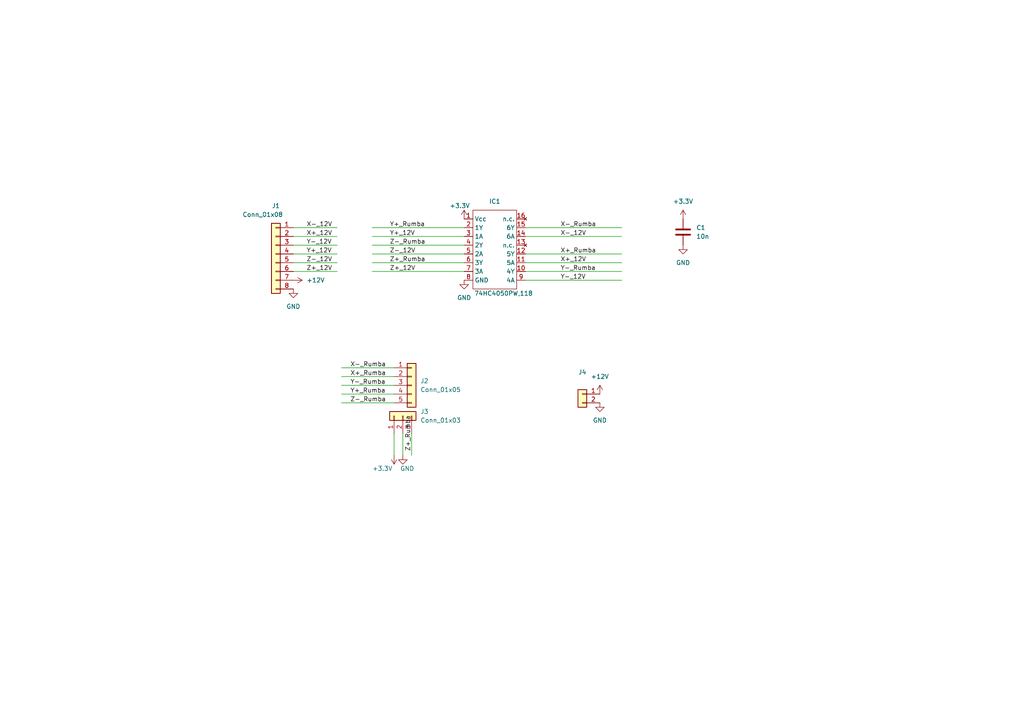
<source format=kicad_sch>
(kicad_sch (version 20211123) (generator eeschema)
  (paper "A4")
  (title_block (title "Endstop Levelshifter 12V") (date "2023-09-03") (rev "0.1") (company "OpenSource Imaging Initiative"))
  (lib_symbols
    (symbol "Connector_Generic:Conn_01x02" (pin_names (offset 1.016) hide)
      (property "Reference" "J" (at 0 2.54 0))
      (property "Value" "Conn_01x02" (at 0 -5.08 0))
      (symbol "Conn_01x02_1_1"
        (rectangle (start -1.27 -2.413) (end 0 -2.667) (stroke (width 0.1524)))
        (rectangle (start -1.27 0.127) (end 0 -0.127) (stroke (width 0.1524)))
        (rectangle (start -1.27 1.27) (end 1.27 -3.81) (stroke (width 0.254)) (fill (type background)))
        (pin passive line (at -5.08 0 0) (length 3.81) (name "Pin_1") (number "1"))
        (pin passive line (at -5.08 -2.54 0) (length 3.81) (name "Pin_2") (number "2"))
      )
    )
    (symbol "Connector_Generic:Conn_01x03" (pin_names (offset 1.016) hide)
      (property "Reference" "J" (at 0 5.08 0))
      (property "Value" "Conn_01x03" (at 0 -5.08 0))
      (symbol "Conn_01x03_1_1"
        (rectangle (start -1.27 -2.413) (end 0 -2.667) (stroke (width 0.1524)))
        (rectangle (start -1.27 0.127) (end 0 -0.127) (stroke (width 0.1524)))
        (rectangle (start -1.27 2.667) (end 0 2.413) (stroke (width 0.1524)))
        (rectangle (start -1.27 3.81) (end 1.27 -3.81) (stroke (width 0.254)) (fill (type background)))
        (pin passive line (at -5.08 2.54 0) (length 3.81) (name "Pin_1") (number "1"))
        (pin passive line (at -5.08 0 0) (length 3.81) (name "Pin_2") (number "2"))
        (pin passive line (at -5.08 -2.54 0) (length 3.81) (name "Pin_3") (number "3"))
      )
    )
    (symbol "Connector_Generic:Conn_01x05" (pin_names (offset 1.016) hide)
      (property "Reference" "J" (at 0 7.62 0))
      (property "Value" "Conn_01x05" (at 0 -7.62 0))
      (symbol "Conn_01x05_1_1"
        (rectangle (start -1.27 -4.953) (end 0 -5.207) (stroke (width 0.1524)))
        (rectangle (start -1.27 -2.413) (end 0 -2.667) (stroke (width 0.1524)))
        (rectangle (start -1.27 0.127) (end 0 -0.127) (stroke (width 0.1524)))
        (rectangle (start -1.27 2.667) (end 0 2.413) (stroke (width 0.1524)))
        (rectangle (start -1.27 5.207) (end 0 4.953) (stroke (width 0.1524)))
        (rectangle (start -1.27 6.35) (end 1.27 -6.35) (stroke (width 0.254)) (fill (type background)))
        (pin passive line (at -5.08 5.08 0) (length 3.81) (name "Pin_1") (number "1"))
        (pin passive line (at -5.08 2.54 0) (length 3.81) (name "Pin_2") (number "2"))
        (pin passive line (at -5.08 0 0) (length 3.81) (name "Pin_3") (number "3"))
        (pin passive line (at -5.08 -2.54 0) (length 3.81) (name "Pin_4") (number "4"))
        (pin passive line (at -5.08 -5.08 0) (length 3.81) (name "Pin_5") (number "5"))
      )
    )
    (symbol "Connector_Generic:Conn_01x08" (pin_names (offset 1.016) hide)
      (property "Reference" "J" (at 0 10.16 0))
      (property "Value" "Conn_01x08" (at 0 -12.7 0))
      (symbol "Conn_01x08_1_1"
        (rectangle (start -1.27 -10.033) (end 0 -10.287) (stroke (width 0.1524)))
        (rectangle (start -1.27 -7.493) (end 0 -7.747) (stroke (width 0.1524)))
        (rectangle (start -1.27 -4.953) (end 0 -5.207) (stroke (width 0.1524)))
        (rectangle (start -1.27 -2.413) (end 0 -2.667) (stroke (width 0.1524)))
        (rectangle (start -1.27 0.127) (end 0 -0.127) (stroke (width 0.1524)))
        (rectangle (start -1.27 2.667) (end 0 2.413) (stroke (width 0.1524)))
        (rectangle (start -1.27 5.207) (end 0 4.953) (stroke (width 0.1524)))
        (rectangle (start -1.27 7.747) (end 0 7.493) (stroke (width 0.1524)))
        (rectangle (start -1.27 8.89) (end 1.27 -11.43) (stroke (width 0.254)) (fill (type background)))
        (pin passive line (at -5.08 7.62 0) (length 3.81) (name "Pin_1") (number "1"))
        (pin passive line (at -5.08 5.08 0) (length 3.81) (name "Pin_2") (number "2"))
        (pin passive line (at -5.08 2.54 0) (length 3.81) (name "Pin_3") (number "3"))
        (pin passive line (at -5.08 0 0) (length 3.81) (name "Pin_4") (number "4"))
        (pin passive line (at -5.08 -2.54 0) (length 3.81) (name "Pin_5") (number "5"))
        (pin passive line (at -5.08 -5.08 0) (length 3.81) (name "Pin_6") (number "6"))
        (pin passive line (at -5.08 -7.62 0) (length 3.81) (name "Pin_7") (number "7"))
        (pin passive line (at -5.08 -10.16 0) (length 3.81) (name "Pin_8") (number "8"))
      )
    )
    (symbol "Device:C" (pin_numbers hide) (pin_names (offset 0.254))
      (property "Reference" "C" (at 0.635 2.54 0))
      (property "Value" "C" (at 0.635 -2.54 0))
      (symbol "C_0_1"
        (polyline (pts (xy -2.032 -0.762) (xy 2.032 -0.762)) (stroke (width 0.508)))
        (polyline (pts (xy -2.032 0.762) (xy 2.032 0.762)) (stroke (width 0.508)))
      )
      (symbol "C_1_1"
        (pin passive line (at 0 3.81 270) (length 2.794) (name "~") (number "1"))
        (pin passive line (at 0 -3.81 90) (length 2.794) (name "~") (number "2"))
      )
    )
    (symbol "custom_parts:74HC4050PW,118"
      (property "Reference" "U" (at 0 2.54 0))
      (property "Value" "74HC4050PW,118" (at 10.16 2.54 0))
      (symbol "74HC4050PW,118_0_1"
        (rectangle (start 0 0) (end 12.7 -22.86))
      )
      (symbol "74HC4050PW,118_1_1"
        (pin power_in line (at -2.54 -2.54 0) (length 2.54) (name "Vcc") (number "1"))
        (pin output line (at 15.24 -17.78 180) (length 2.54) (name "4Y") (number "10"))
        (pin input line (at 15.24 -15.24 180) (length 2.54) (name "5A") (number "11"))
        (pin output line (at 15.24 -12.7 180) (length 2.54) (name "5Y") (number "12"))
        (pin no_connect line (at 15.24 -10.16 180) (length 2.54) (name "n.c.") (number "13"))
        (pin input line (at 15.24 -7.62 180) (length 2.54) (name "6A") (number "14"))
        (pin output line (at 15.24 -5.08 180) (length 2.54) (name "6Y") (number "15"))
        (pin no_connect line (at 15.24 -2.54 180) (length 2.54) (name "n.c.") (number "16"))
        (pin output line (at -2.54 -5.08 0) (length 2.54) (name "1Y") (number "2"))
        (pin input line (at -2.54 -7.62 0) (length 2.54) (name "1A") (number "3"))
        (pin output line (at -2.54 -10.16 0) (length 2.54) (name "2Y") (number "4"))
        (pin input line (at -2.54 -12.7 0) (length 2.54) (name "2A") (number "5"))
        (pin output line (at -2.54 -15.24 0) (length 2.54) (name "3Y") (number "6"))
        (pin input line (at -2.54 -17.78 0) (length 2.54) (name "3A") (number "7"))
        (pin passive line (at -2.54 -20.32 0) (length 2.54) (name "GND") (number "8"))
        (pin input line (at 15.24 -20.32 180) (length 2.54) (name "4A") (number "9"))
      )
    )
    (symbol "power:+12V" (power) (pin_names (offset 0))
      (property "Value" "+12V" (at 0 3.556 0))
      (symbol "+12V_0_1"
        (polyline (pts (xy -0.762 1.27) (xy 0 2.54)))
        (polyline (pts (xy 0 0) (xy 0 2.54)))
        (polyline (pts (xy 0 2.54) (xy 0.762 1.27)))
      )
      (symbol "+12V_1_1"
        (pin power_in line (at 0 0 90) (length 0) hide (name "+12V") (number "1"))
      )
    )
    (symbol "power:+3.3V" (power) (pin_names (offset 0))
      (property "Value" "+3.3V" (at 0 3.556 0))
      (symbol "+3.3V_0_1"
        (polyline (pts (xy -0.762 1.27) (xy 0 2.54)))
        (polyline (pts (xy 0 0) (xy 0 2.54)))
        (polyline (pts (xy 0 2.54) (xy 0.762 1.27)))
      )
      (symbol "+3.3V_1_1"
        (pin power_in line (at 0 0 90) (length 0) hide (name "+3.3V") (number "1"))
      )
    )
    (symbol "power:GND" (power) (pin_names (offset 0))
      (property "Value" "GND" (at 0 -3.81 0))
      (symbol "GND_0_1"
        (polyline (pts (xy 0 0) (xy 0 -1.27) (xy 1.27 -1.27) (xy 0 -2.54) (xy -1.27 -1.27) (xy 0 -1.27)))
      )
      (symbol "GND_1_1"
        (pin power_in line (at 0 0 270) (length 0) hide (name "GND") (number "1"))
      )
    )
  )
  (wire (pts (xy 85.09 78.74) (xy 97.79 78.74)))
  (wire (pts (xy 107.95 73.66) (xy 134.62 73.66)))
  (wire (pts (xy 99.06 116.84) (xy 114.3 116.84)))
  (wire (pts (xy 99.06 106.68) (xy 114.3 106.68)))
  (wire (pts (xy 152.4 68.58) (xy 180.34 68.58)))
  (wire (pts (xy 107.95 78.74) (xy 134.62 78.74)))
  (wire (pts (xy 152.4 78.74) (xy 180.34 78.74)))
  (wire (pts (xy 152.4 73.66) (xy 180.34 73.66)))
  (wire (pts (xy 152.4 76.2) (xy 180.34 76.2)))
  (wire (pts (xy 114.3 125.73) (xy 114.3 132.08)))
  (wire (pts (xy 99.06 111.76) (xy 114.3 111.76)))
  (wire (pts (xy 85.09 73.66) (xy 97.79 73.66)))
  (wire (pts (xy 152.4 66.04) (xy 180.34 66.04)))
  (wire (pts (xy 99.06 109.22) (xy 114.3 109.22)))
  (wire (pts (xy 99.06 114.3) (xy 114.3 114.3)))
  (wire (pts (xy 152.4 81.28) (xy 180.34 81.28)))
  (wire (pts (xy 85.09 66.04) (xy 97.79 66.04)))
  (wire (pts (xy 116.84 125.73) (xy 116.84 132.08)))
  (wire (pts (xy 107.95 76.2) (xy 134.62 76.2)))
  (wire (pts (xy 85.09 68.58) (xy 97.79 68.58)))
  (wire (pts (xy 85.09 76.2) (xy 97.79 76.2)))
  (wire (pts (xy 107.95 71.12) (xy 134.62 71.12)))
  (wire (pts (xy 107.95 66.04) (xy 134.62 66.04)))
  (wire (pts (xy 107.95 68.58) (xy 134.62 68.58)))
  (wire (pts (xy 119.38 125.73) (xy 119.38 132.08)))
  (wire (pts (xy 85.09 71.12) (xy 97.79 71.12)))
  (label "X+_12V" (at 162.56 76.2 0))
  (label "Z+_12V" (at 113.03 78.74 0))
  (label "Y+_Rumba" (at 113.03 66.04 0))
  (label "Y+_Rumba" (at 101.6 114.3 0))
  (label "X-_Rumba" (at 162.56 66.04 0))
  (label "X-_12V" (at 162.56 68.58 0))
  (label "Z-_Rumba" (at 101.6 116.84 0))
  (label "X+_Rumba" (at 101.6 109.22 0))
  (label "X-_Rumba" (at 101.6 106.68 0))
  (label "Z+_12V" (at 88.9 78.74 0))
  (label "Y-_12V" (at 162.56 81.28 0))
  (label "X+_12V" (at 88.9 68.58 0))
  (label "Y-_Rumba" (at 101.6 111.76 0))
  (label "Y+_12V" (at 88.9 73.66 0))
  (label "Z-_12V" (at 88.9 76.2 0))
  (label "Z-_12V" (at 113.03 73.66 0))
  (label "X-_12V" (at 88.9 66.04 0))
  (label "Z+_Rumba" (at 119.38 130.81 90))
  (label "Y-_Rumba" (at 162.56 78.74 0))
  (label "Y+_12V" (at 113.03 68.58 0))
  (label "Z+_Rumba" (at 113.03 76.2 0))
  (label "Z-_Rumba" (at 113.03 71.12 0))
  (label "Y-_12V" (at 88.9 71.12 0))
  (label "X+_Rumba" (at 162.56 73.66 0))
  (symbol (lib_id "Connector_Generic:Conn_01x03") (at 116.84 120.65 90) (unit 1)
    (property "Reference" "J3" (at 121.92 119.3799 90) (effects (justify right)))
    (property "Value" "Conn_01x03" (at 121.92 121.9199 90) (effects (justify right)))
    (property "Footprint" "Connector_PinSocket_2.54mm:PinSocket_1x03_P2.54mm_Vertical" (effects hide))
  )
  (symbol (lib_id "power:GND") (at 134.62 81.28 0) (unit 1)
    (property "Reference" "#PWR0107" (effects hide))
    (property "Value" "GND" (at 134.62 86.36 0))
  )
  (symbol (lib_id "power:GND") (at 173.99 116.84 0) (unit 1)
    (property "Reference" "#PWR0106" (effects hide))
    (property "Value" "GND" (at 173.99 121.92 0))
  )
  (symbol (lib_id "power:GND") (at 85.09 83.82 0) (unit 1)
    (property "Reference" "#PWR0104" (effects hide))
    (property "Value" "GND" (at 85.09 88.9 0))
  )
  (symbol (lib_id "power:+12V") (at 85.09 81.28 270) (unit 1)
    (property "Reference" "#PWR0105" (effects hide))
    (property "Value" "+12V" (at 88.9 81.2799 90) (effects (justify left)))
  )
  (symbol (lib_id "power:+3.3V") (at 198.12 63.5 0) (unit 1)
    (property "Reference" "#PWR0110" (effects hide))
    (property "Value" "+3.3V" (at 198.12 58.42 0))
  )
  (symbol (lib_id "Device:C") (at 198.12 67.31 0) (unit 1)
    (property "Reference" "C1" (at 201.93 66.0399 0) (effects (justify left)))
    (property "Value" "10n" (at 201.93 68.5799 0) (effects (justify left)))
    (property "Footprint" "Capacitor_SMD:C_0805_2012Metric_Pad1.18x1.45mm_HandSolder" (effects hide))
    (property "Link" "https://www.digikey.de/de/products/detail/kemet/C0805C103K2RECAUTO/8646745" (effects hide))
  )
  (symbol (lib_id "power:+3.3V") (at 114.3 132.08 180) (unit 1)
    (property "Reference" "#PWR0101" (effects hide))
    (property "Value" "+3.3V" (at 107.95 135.89 0) (effects (justify right)))
  )
  (symbol (lib_id "custom_parts:74HC4050PW,118") (at 137.16 60.96 0) (unit 1)
    (property "Reference" "IC1" (at 143.51 58.42 0))
    (property "Value" "74HC4050PW,118" (at 146.05 85.09 0))
    (property "Footprint" "Package_SO:TSSOP-16_4.4x5mm_P0.65mm" (effects hide))
    (property "Datasheet" "https://assets.nexperia.com/documents/data-sheet/74HC4050.pdf" (effects hide))
    (property "Link" "https://www.digikey.de/de/products/detail/nexperia-usa-inc/74HC4050PW-118/1230398" (effects hide))
  )
  (symbol (lib_id "Connector_Generic:Conn_01x02") (at 168.91 114.3 0) (mirror y) (unit 1)
    (property "Reference" "J4" (at 168.91 107.95 0))
    (property "Value" "Conn_01x02" (effects hide))
    (property "Footprint" "Connector_PinHeader_2.54mm:PinHeader_1x02_P2.54mm_Horizontal" (effects hide))
    (property "Link" "https://www.digikey.de/de/products/detail/molex/0022289020/3158803" (effects hide))
  )
  (symbol (lib_id "power:GND") (at 116.84 132.08 0) (unit 1)
    (property "Reference" "#PWR0102" (effects hide))
    (property "Value" "GND" (at 118.11 135.89 0))
  )
  (symbol (lib_id "power:+3.3V") (at 134.62 63.5 0) (unit 1)
    (property "Reference" "#PWR0108" (effects hide))
    (property "Value" "+3.3V" (at 133.35 59.69 0))
  )
  (symbol (lib_id "power:GND") (at 198.12 71.12 0) (unit 1)
    (property "Reference" "#PWR0109" (effects hide))
    (property "Value" "GND" (at 198.12 76.2 0))
  )
  (symbol (lib_id "Connector_Generic:Conn_01x08") (at 80.01 73.66 0) (mirror y) (unit 1)
    (property "Reference" "J1" (at 80.01 59.69 0))
    (property "Value" "Conn_01x08" (at 76.2 62.23 0))
    (property "Footprint" "custom_parts:691210910008" (effects hide))
    (property "Datasheet" "https://www.we-online.com/components/products/datasheet/6912109100xx.pdf" (effects hide))
    (property "Link" "https://www.digikey.de/de/products/detail/w%C3%BCrth-elektronik/691210910008/11478428" (effects hide))
  )
  (symbol (lib_id "Connector_Generic:Conn_01x05") (at 119.38 111.76 0) (unit 1)
    (property "Reference" "J2" (at 121.92 110.4899 0) (effects (justify left)))
    (property "Value" "Conn_01x05" (at 121.92 113.0299 0) (effects (justify left)))
    (property "Footprint" "Connector_PinSocket_2.54mm:PinSocket_1x05_P2.54mm_Vertical" (effects hide))
  )
  (symbol (lib_id "power:+12V") (at 173.99 114.3 0) (unit 1)
    (property "Reference" "#PWR0103" (effects hide))
    (property "Value" "+12V" (at 173.99 109.22 0))
  )
)
</source>
